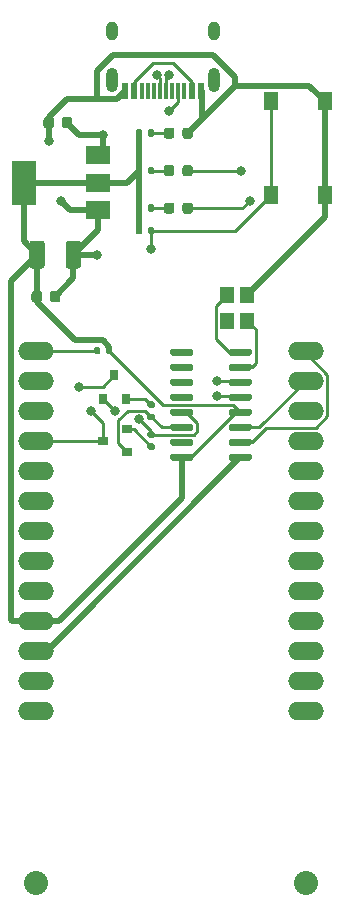
<source format=gtl>
G04 #@! TF.GenerationSoftware,KiCad,Pcbnew,5.1.10-88a1d61d58~88~ubuntu20.04.1*
G04 #@! TF.CreationDate,2021-05-29T18:13:10+02:00*
G04 #@! TF.ProjectId,wt32-eth01-programmer,77743332-2d65-4746-9830-312d70726f67,rev?*
G04 #@! TF.SameCoordinates,Original*
G04 #@! TF.FileFunction,Copper,L1,Top*
G04 #@! TF.FilePolarity,Positive*
%FSLAX46Y46*%
G04 Gerber Fmt 4.6, Leading zero omitted, Abs format (unit mm)*
G04 Created by KiCad (PCBNEW 5.1.10-88a1d61d58~88~ubuntu20.04.1) date 2021-05-29 18:13:10*
%MOMM*%
%LPD*%
G01*
G04 APERTURE LIST*
G04 #@! TA.AperFunction,SMDPad,CuDef*
%ADD10R,1.300000X1.550000*%
G04 #@! TD*
G04 #@! TA.AperFunction,SMDPad,CuDef*
%ADD11R,1.200000X1.400000*%
G04 #@! TD*
G04 #@! TA.AperFunction,ComponentPad*
%ADD12O,3.048000X1.524000*%
G04 #@! TD*
G04 #@! TA.AperFunction,ComponentPad*
%ADD13C,2.032000*%
G04 #@! TD*
G04 #@! TA.AperFunction,SMDPad,CuDef*
%ADD14R,2.000000X1.500000*%
G04 #@! TD*
G04 #@! TA.AperFunction,SMDPad,CuDef*
%ADD15R,2.000000X3.800000*%
G04 #@! TD*
G04 #@! TA.AperFunction,SMDPad,CuDef*
%ADD16R,0.800000X0.900000*%
G04 #@! TD*
G04 #@! TA.AperFunction,SMDPad,CuDef*
%ADD17R,0.900000X0.800000*%
G04 #@! TD*
G04 #@! TA.AperFunction,SMDPad,CuDef*
%ADD18R,0.600000X1.450000*%
G04 #@! TD*
G04 #@! TA.AperFunction,SMDPad,CuDef*
%ADD19R,0.300000X1.450000*%
G04 #@! TD*
G04 #@! TA.AperFunction,ComponentPad*
%ADD20O,1.000000X2.100000*%
G04 #@! TD*
G04 #@! TA.AperFunction,ComponentPad*
%ADD21O,1.000000X1.600000*%
G04 #@! TD*
G04 #@! TA.AperFunction,ViaPad*
%ADD22C,0.800000*%
G04 #@! TD*
G04 #@! TA.AperFunction,Conductor*
%ADD23C,0.500000*%
G04 #@! TD*
G04 #@! TA.AperFunction,Conductor*
%ADD24C,0.250000*%
G04 #@! TD*
G04 APERTURE END LIST*
D10*
X75220000Y-60490000D03*
X79720000Y-60490000D03*
X79720000Y-52540000D03*
X75220000Y-52540000D03*
D11*
X71452000Y-71120000D03*
X71452000Y-68920000D03*
X73152000Y-68920000D03*
X73152000Y-71120000D03*
D12*
X78105000Y-104140000D03*
X78105000Y-73660000D03*
X78105000Y-76200000D03*
X78105000Y-78740000D03*
X78105000Y-81280000D03*
X78105000Y-83820000D03*
X78105000Y-86360000D03*
X78105000Y-88900000D03*
X78105000Y-91440000D03*
X78105000Y-93980000D03*
X78105000Y-96520000D03*
X78105000Y-99060000D03*
X78105000Y-101600000D03*
X55245000Y-104140000D03*
X55245000Y-101600000D03*
X55245000Y-99060000D03*
X55245000Y-96520000D03*
X55245000Y-93980000D03*
X55245000Y-91440000D03*
X55245000Y-88900000D03*
X55245000Y-86360000D03*
X55245000Y-83820000D03*
X55245000Y-81280000D03*
X55245000Y-78740000D03*
X55245000Y-76200000D03*
X55245000Y-73660000D03*
D13*
X78105000Y-118745000D03*
X55245000Y-118745000D03*
G04 #@! TA.AperFunction,SMDPad,CuDef*
G36*
G01*
X68604000Y-82527000D02*
X68604000Y-82827000D01*
G75*
G02*
X68454000Y-82977000I-150000J0D01*
G01*
X66804000Y-82977000D01*
G75*
G02*
X66654000Y-82827000I0J150000D01*
G01*
X66654000Y-82527000D01*
G75*
G02*
X66804000Y-82377000I150000J0D01*
G01*
X68454000Y-82377000D01*
G75*
G02*
X68604000Y-82527000I0J-150000D01*
G01*
G37*
G04 #@! TD.AperFunction*
G04 #@! TA.AperFunction,SMDPad,CuDef*
G36*
G01*
X68604000Y-81257000D02*
X68604000Y-81557000D01*
G75*
G02*
X68454000Y-81707000I-150000J0D01*
G01*
X66804000Y-81707000D01*
G75*
G02*
X66654000Y-81557000I0J150000D01*
G01*
X66654000Y-81257000D01*
G75*
G02*
X66804000Y-81107000I150000J0D01*
G01*
X68454000Y-81107000D01*
G75*
G02*
X68604000Y-81257000I0J-150000D01*
G01*
G37*
G04 #@! TD.AperFunction*
G04 #@! TA.AperFunction,SMDPad,CuDef*
G36*
G01*
X68604000Y-79987000D02*
X68604000Y-80287000D01*
G75*
G02*
X68454000Y-80437000I-150000J0D01*
G01*
X66804000Y-80437000D01*
G75*
G02*
X66654000Y-80287000I0J150000D01*
G01*
X66654000Y-79987000D01*
G75*
G02*
X66804000Y-79837000I150000J0D01*
G01*
X68454000Y-79837000D01*
G75*
G02*
X68604000Y-79987000I0J-150000D01*
G01*
G37*
G04 #@! TD.AperFunction*
G04 #@! TA.AperFunction,SMDPad,CuDef*
G36*
G01*
X68604000Y-78717000D02*
X68604000Y-79017000D01*
G75*
G02*
X68454000Y-79167000I-150000J0D01*
G01*
X66804000Y-79167000D01*
G75*
G02*
X66654000Y-79017000I0J150000D01*
G01*
X66654000Y-78717000D01*
G75*
G02*
X66804000Y-78567000I150000J0D01*
G01*
X68454000Y-78567000D01*
G75*
G02*
X68604000Y-78717000I0J-150000D01*
G01*
G37*
G04 #@! TD.AperFunction*
G04 #@! TA.AperFunction,SMDPad,CuDef*
G36*
G01*
X68604000Y-77447000D02*
X68604000Y-77747000D01*
G75*
G02*
X68454000Y-77897000I-150000J0D01*
G01*
X66804000Y-77897000D01*
G75*
G02*
X66654000Y-77747000I0J150000D01*
G01*
X66654000Y-77447000D01*
G75*
G02*
X66804000Y-77297000I150000J0D01*
G01*
X68454000Y-77297000D01*
G75*
G02*
X68604000Y-77447000I0J-150000D01*
G01*
G37*
G04 #@! TD.AperFunction*
G04 #@! TA.AperFunction,SMDPad,CuDef*
G36*
G01*
X68604000Y-76177000D02*
X68604000Y-76477000D01*
G75*
G02*
X68454000Y-76627000I-150000J0D01*
G01*
X66804000Y-76627000D01*
G75*
G02*
X66654000Y-76477000I0J150000D01*
G01*
X66654000Y-76177000D01*
G75*
G02*
X66804000Y-76027000I150000J0D01*
G01*
X68454000Y-76027000D01*
G75*
G02*
X68604000Y-76177000I0J-150000D01*
G01*
G37*
G04 #@! TD.AperFunction*
G04 #@! TA.AperFunction,SMDPad,CuDef*
G36*
G01*
X68604000Y-74907000D02*
X68604000Y-75207000D01*
G75*
G02*
X68454000Y-75357000I-150000J0D01*
G01*
X66804000Y-75357000D01*
G75*
G02*
X66654000Y-75207000I0J150000D01*
G01*
X66654000Y-74907000D01*
G75*
G02*
X66804000Y-74757000I150000J0D01*
G01*
X68454000Y-74757000D01*
G75*
G02*
X68604000Y-74907000I0J-150000D01*
G01*
G37*
G04 #@! TD.AperFunction*
G04 #@! TA.AperFunction,SMDPad,CuDef*
G36*
G01*
X68604000Y-73637000D02*
X68604000Y-73937000D01*
G75*
G02*
X68454000Y-74087000I-150000J0D01*
G01*
X66804000Y-74087000D01*
G75*
G02*
X66654000Y-73937000I0J150000D01*
G01*
X66654000Y-73637000D01*
G75*
G02*
X66804000Y-73487000I150000J0D01*
G01*
X68454000Y-73487000D01*
G75*
G02*
X68604000Y-73637000I0J-150000D01*
G01*
G37*
G04 #@! TD.AperFunction*
G04 #@! TA.AperFunction,SMDPad,CuDef*
G36*
G01*
X73554000Y-73637000D02*
X73554000Y-73937000D01*
G75*
G02*
X73404000Y-74087000I-150000J0D01*
G01*
X71754000Y-74087000D01*
G75*
G02*
X71604000Y-73937000I0J150000D01*
G01*
X71604000Y-73637000D01*
G75*
G02*
X71754000Y-73487000I150000J0D01*
G01*
X73404000Y-73487000D01*
G75*
G02*
X73554000Y-73637000I0J-150000D01*
G01*
G37*
G04 #@! TD.AperFunction*
G04 #@! TA.AperFunction,SMDPad,CuDef*
G36*
G01*
X73554000Y-74907000D02*
X73554000Y-75207000D01*
G75*
G02*
X73404000Y-75357000I-150000J0D01*
G01*
X71754000Y-75357000D01*
G75*
G02*
X71604000Y-75207000I0J150000D01*
G01*
X71604000Y-74907000D01*
G75*
G02*
X71754000Y-74757000I150000J0D01*
G01*
X73404000Y-74757000D01*
G75*
G02*
X73554000Y-74907000I0J-150000D01*
G01*
G37*
G04 #@! TD.AperFunction*
G04 #@! TA.AperFunction,SMDPad,CuDef*
G36*
G01*
X73554000Y-76177000D02*
X73554000Y-76477000D01*
G75*
G02*
X73404000Y-76627000I-150000J0D01*
G01*
X71754000Y-76627000D01*
G75*
G02*
X71604000Y-76477000I0J150000D01*
G01*
X71604000Y-76177000D01*
G75*
G02*
X71754000Y-76027000I150000J0D01*
G01*
X73404000Y-76027000D01*
G75*
G02*
X73554000Y-76177000I0J-150000D01*
G01*
G37*
G04 #@! TD.AperFunction*
G04 #@! TA.AperFunction,SMDPad,CuDef*
G36*
G01*
X73554000Y-77447000D02*
X73554000Y-77747000D01*
G75*
G02*
X73404000Y-77897000I-150000J0D01*
G01*
X71754000Y-77897000D01*
G75*
G02*
X71604000Y-77747000I0J150000D01*
G01*
X71604000Y-77447000D01*
G75*
G02*
X71754000Y-77297000I150000J0D01*
G01*
X73404000Y-77297000D01*
G75*
G02*
X73554000Y-77447000I0J-150000D01*
G01*
G37*
G04 #@! TD.AperFunction*
G04 #@! TA.AperFunction,SMDPad,CuDef*
G36*
G01*
X73554000Y-78717000D02*
X73554000Y-79017000D01*
G75*
G02*
X73404000Y-79167000I-150000J0D01*
G01*
X71754000Y-79167000D01*
G75*
G02*
X71604000Y-79017000I0J150000D01*
G01*
X71604000Y-78717000D01*
G75*
G02*
X71754000Y-78567000I150000J0D01*
G01*
X73404000Y-78567000D01*
G75*
G02*
X73554000Y-78717000I0J-150000D01*
G01*
G37*
G04 #@! TD.AperFunction*
G04 #@! TA.AperFunction,SMDPad,CuDef*
G36*
G01*
X73554000Y-79987000D02*
X73554000Y-80287000D01*
G75*
G02*
X73404000Y-80437000I-150000J0D01*
G01*
X71754000Y-80437000D01*
G75*
G02*
X71604000Y-80287000I0J150000D01*
G01*
X71604000Y-79987000D01*
G75*
G02*
X71754000Y-79837000I150000J0D01*
G01*
X73404000Y-79837000D01*
G75*
G02*
X73554000Y-79987000I0J-150000D01*
G01*
G37*
G04 #@! TD.AperFunction*
G04 #@! TA.AperFunction,SMDPad,CuDef*
G36*
G01*
X73554000Y-81257000D02*
X73554000Y-81557000D01*
G75*
G02*
X73404000Y-81707000I-150000J0D01*
G01*
X71754000Y-81707000D01*
G75*
G02*
X71604000Y-81557000I0J150000D01*
G01*
X71604000Y-81257000D01*
G75*
G02*
X71754000Y-81107000I150000J0D01*
G01*
X73404000Y-81107000D01*
G75*
G02*
X73554000Y-81257000I0J-150000D01*
G01*
G37*
G04 #@! TD.AperFunction*
G04 #@! TA.AperFunction,SMDPad,CuDef*
G36*
G01*
X73554000Y-82527000D02*
X73554000Y-82827000D01*
G75*
G02*
X73404000Y-82977000I-150000J0D01*
G01*
X71754000Y-82977000D01*
G75*
G02*
X71604000Y-82827000I0J150000D01*
G01*
X71604000Y-82527000D01*
G75*
G02*
X71754000Y-82377000I150000J0D01*
G01*
X73404000Y-82377000D01*
G75*
G02*
X73554000Y-82527000I0J-150000D01*
G01*
G37*
G04 #@! TD.AperFunction*
D14*
X60554000Y-61736000D03*
X60554000Y-57136000D03*
X60554000Y-59436000D03*
D15*
X54254000Y-59436000D03*
G04 #@! TA.AperFunction,SMDPad,CuDef*
G36*
G01*
X64839000Y-78982000D02*
X65209000Y-78982000D01*
G75*
G02*
X65344000Y-79117000I0J-135000D01*
G01*
X65344000Y-79387000D01*
G75*
G02*
X65209000Y-79522000I-135000J0D01*
G01*
X64839000Y-79522000D01*
G75*
G02*
X64704000Y-79387000I0J135000D01*
G01*
X64704000Y-79117000D01*
G75*
G02*
X64839000Y-78982000I135000J0D01*
G01*
G37*
G04 #@! TD.AperFunction*
G04 #@! TA.AperFunction,SMDPad,CuDef*
G36*
G01*
X64839000Y-77962000D02*
X65209000Y-77962000D01*
G75*
G02*
X65344000Y-78097000I0J-135000D01*
G01*
X65344000Y-78367000D01*
G75*
G02*
X65209000Y-78502000I-135000J0D01*
G01*
X64839000Y-78502000D01*
G75*
G02*
X64704000Y-78367000I0J135000D01*
G01*
X64704000Y-78097000D01*
G75*
G02*
X64839000Y-77962000I135000J0D01*
G01*
G37*
G04 #@! TD.AperFunction*
G04 #@! TA.AperFunction,SMDPad,CuDef*
G36*
G01*
X65209000Y-81038000D02*
X64839000Y-81038000D01*
G75*
G02*
X64704000Y-80903000I0J135000D01*
G01*
X64704000Y-80633000D01*
G75*
G02*
X64839000Y-80498000I135000J0D01*
G01*
X65209000Y-80498000D01*
G75*
G02*
X65344000Y-80633000I0J-135000D01*
G01*
X65344000Y-80903000D01*
G75*
G02*
X65209000Y-81038000I-135000J0D01*
G01*
G37*
G04 #@! TD.AperFunction*
G04 #@! TA.AperFunction,SMDPad,CuDef*
G36*
G01*
X65209000Y-82058000D02*
X64839000Y-82058000D01*
G75*
G02*
X64704000Y-81923000I0J135000D01*
G01*
X64704000Y-81653000D01*
G75*
G02*
X64839000Y-81518000I135000J0D01*
G01*
X65209000Y-81518000D01*
G75*
G02*
X65344000Y-81653000I0J-135000D01*
G01*
X65344000Y-81923000D01*
G75*
G02*
X65209000Y-82058000I-135000J0D01*
G01*
G37*
G04 #@! TD.AperFunction*
G04 #@! TA.AperFunction,SMDPad,CuDef*
G36*
G01*
X64274000Y-63315000D02*
X64274000Y-63685000D01*
G75*
G02*
X64139000Y-63820000I-135000J0D01*
G01*
X63869000Y-63820000D01*
G75*
G02*
X63734000Y-63685000I0J135000D01*
G01*
X63734000Y-63315000D01*
G75*
G02*
X63869000Y-63180000I135000J0D01*
G01*
X64139000Y-63180000D01*
G75*
G02*
X64274000Y-63315000I0J-135000D01*
G01*
G37*
G04 #@! TD.AperFunction*
G04 #@! TA.AperFunction,SMDPad,CuDef*
G36*
G01*
X65294000Y-63315000D02*
X65294000Y-63685000D01*
G75*
G02*
X65159000Y-63820000I-135000J0D01*
G01*
X64889000Y-63820000D01*
G75*
G02*
X64754000Y-63685000I0J135000D01*
G01*
X64754000Y-63315000D01*
G75*
G02*
X64889000Y-63180000I135000J0D01*
G01*
X65159000Y-63180000D01*
G75*
G02*
X65294000Y-63315000I0J-135000D01*
G01*
G37*
G04 #@! TD.AperFunction*
G04 #@! TA.AperFunction,SMDPad,CuDef*
G36*
G01*
X60722000Y-73475000D02*
X60722000Y-73845000D01*
G75*
G02*
X60587000Y-73980000I-135000J0D01*
G01*
X60317000Y-73980000D01*
G75*
G02*
X60182000Y-73845000I0J135000D01*
G01*
X60182000Y-73475000D01*
G75*
G02*
X60317000Y-73340000I135000J0D01*
G01*
X60587000Y-73340000D01*
G75*
G02*
X60722000Y-73475000I0J-135000D01*
G01*
G37*
G04 #@! TD.AperFunction*
G04 #@! TA.AperFunction,SMDPad,CuDef*
G36*
G01*
X61742000Y-73475000D02*
X61742000Y-73845000D01*
G75*
G02*
X61607000Y-73980000I-135000J0D01*
G01*
X61337000Y-73980000D01*
G75*
G02*
X61202000Y-73845000I0J135000D01*
G01*
X61202000Y-73475000D01*
G75*
G02*
X61337000Y-73340000I135000J0D01*
G01*
X61607000Y-73340000D01*
G75*
G02*
X61742000Y-73475000I0J-135000D01*
G01*
G37*
G04 #@! TD.AperFunction*
G04 #@! TA.AperFunction,SMDPad,CuDef*
G36*
G01*
X64758000Y-61780000D02*
X64758000Y-61410000D01*
G75*
G02*
X64893000Y-61275000I135000J0D01*
G01*
X65163000Y-61275000D01*
G75*
G02*
X65298000Y-61410000I0J-135000D01*
G01*
X65298000Y-61780000D01*
G75*
G02*
X65163000Y-61915000I-135000J0D01*
G01*
X64893000Y-61915000D01*
G75*
G02*
X64758000Y-61780000I0J135000D01*
G01*
G37*
G04 #@! TD.AperFunction*
G04 #@! TA.AperFunction,SMDPad,CuDef*
G36*
G01*
X63738000Y-61780000D02*
X63738000Y-61410000D01*
G75*
G02*
X63873000Y-61275000I135000J0D01*
G01*
X64143000Y-61275000D01*
G75*
G02*
X64278000Y-61410000I0J-135000D01*
G01*
X64278000Y-61780000D01*
G75*
G02*
X64143000Y-61915000I-135000J0D01*
G01*
X63873000Y-61915000D01*
G75*
G02*
X63738000Y-61780000I0J135000D01*
G01*
G37*
G04 #@! TD.AperFunction*
G04 #@! TA.AperFunction,SMDPad,CuDef*
G36*
G01*
X64758000Y-58605000D02*
X64758000Y-58235000D01*
G75*
G02*
X64893000Y-58100000I135000J0D01*
G01*
X65163000Y-58100000D01*
G75*
G02*
X65298000Y-58235000I0J-135000D01*
G01*
X65298000Y-58605000D01*
G75*
G02*
X65163000Y-58740000I-135000J0D01*
G01*
X64893000Y-58740000D01*
G75*
G02*
X64758000Y-58605000I0J135000D01*
G01*
G37*
G04 #@! TD.AperFunction*
G04 #@! TA.AperFunction,SMDPad,CuDef*
G36*
G01*
X63738000Y-58605000D02*
X63738000Y-58235000D01*
G75*
G02*
X63873000Y-58100000I135000J0D01*
G01*
X64143000Y-58100000D01*
G75*
G02*
X64278000Y-58235000I0J-135000D01*
G01*
X64278000Y-58605000D01*
G75*
G02*
X64143000Y-58740000I-135000J0D01*
G01*
X63873000Y-58740000D01*
G75*
G02*
X63738000Y-58605000I0J135000D01*
G01*
G37*
G04 #@! TD.AperFunction*
G04 #@! TA.AperFunction,SMDPad,CuDef*
G36*
G01*
X64758000Y-55430000D02*
X64758000Y-55060000D01*
G75*
G02*
X64893000Y-54925000I135000J0D01*
G01*
X65163000Y-54925000D01*
G75*
G02*
X65298000Y-55060000I0J-135000D01*
G01*
X65298000Y-55430000D01*
G75*
G02*
X65163000Y-55565000I-135000J0D01*
G01*
X64893000Y-55565000D01*
G75*
G02*
X64758000Y-55430000I0J135000D01*
G01*
G37*
G04 #@! TD.AperFunction*
G04 #@! TA.AperFunction,SMDPad,CuDef*
G36*
G01*
X63738000Y-55430000D02*
X63738000Y-55060000D01*
G75*
G02*
X63873000Y-54925000I135000J0D01*
G01*
X64143000Y-54925000D01*
G75*
G02*
X64278000Y-55060000I0J-135000D01*
G01*
X64278000Y-55430000D01*
G75*
G02*
X64143000Y-55565000I-135000J0D01*
G01*
X63873000Y-55565000D01*
G75*
G02*
X63738000Y-55430000I0J135000D01*
G01*
G37*
G04 #@! TD.AperFunction*
D16*
X61910000Y-75724000D03*
X62860000Y-77724000D03*
X60960000Y-77724000D03*
D17*
X60992000Y-81280000D03*
X62992000Y-80330000D03*
X62992000Y-82230000D03*
D18*
X62790000Y-51670000D03*
X63590000Y-51670000D03*
X68490000Y-51670000D03*
X69290000Y-51670000D03*
X69290000Y-51670000D03*
X68490000Y-51670000D03*
X63590000Y-51670000D03*
X62790000Y-51670000D03*
D19*
X67790000Y-51670000D03*
X67290000Y-51670000D03*
X66790000Y-51670000D03*
X65790000Y-51670000D03*
X65290000Y-51670000D03*
X64790000Y-51670000D03*
X64290000Y-51670000D03*
X66290000Y-51670000D03*
D20*
X61720000Y-50755000D03*
X70360000Y-50755000D03*
D21*
X70360000Y-46575000D03*
X61720000Y-46575000D03*
G04 #@! TA.AperFunction,SMDPad,CuDef*
G36*
G01*
X66985500Y-61338750D02*
X66985500Y-61851250D01*
G75*
G02*
X66766750Y-62070000I-218750J0D01*
G01*
X66329250Y-62070000D01*
G75*
G02*
X66110500Y-61851250I0J218750D01*
G01*
X66110500Y-61338750D01*
G75*
G02*
X66329250Y-61120000I218750J0D01*
G01*
X66766750Y-61120000D01*
G75*
G02*
X66985500Y-61338750I0J-218750D01*
G01*
G37*
G04 #@! TD.AperFunction*
G04 #@! TA.AperFunction,SMDPad,CuDef*
G36*
G01*
X68560500Y-61338750D02*
X68560500Y-61851250D01*
G75*
G02*
X68341750Y-62070000I-218750J0D01*
G01*
X67904250Y-62070000D01*
G75*
G02*
X67685500Y-61851250I0J218750D01*
G01*
X67685500Y-61338750D01*
G75*
G02*
X67904250Y-61120000I218750J0D01*
G01*
X68341750Y-61120000D01*
G75*
G02*
X68560500Y-61338750I0J-218750D01*
G01*
G37*
G04 #@! TD.AperFunction*
G04 #@! TA.AperFunction,SMDPad,CuDef*
G36*
G01*
X66985500Y-58163750D02*
X66985500Y-58676250D01*
G75*
G02*
X66766750Y-58895000I-218750J0D01*
G01*
X66329250Y-58895000D01*
G75*
G02*
X66110500Y-58676250I0J218750D01*
G01*
X66110500Y-58163750D01*
G75*
G02*
X66329250Y-57945000I218750J0D01*
G01*
X66766750Y-57945000D01*
G75*
G02*
X66985500Y-58163750I0J-218750D01*
G01*
G37*
G04 #@! TD.AperFunction*
G04 #@! TA.AperFunction,SMDPad,CuDef*
G36*
G01*
X68560500Y-58163750D02*
X68560500Y-58676250D01*
G75*
G02*
X68341750Y-58895000I-218750J0D01*
G01*
X67904250Y-58895000D01*
G75*
G02*
X67685500Y-58676250I0J218750D01*
G01*
X67685500Y-58163750D01*
G75*
G02*
X67904250Y-57945000I218750J0D01*
G01*
X68341750Y-57945000D01*
G75*
G02*
X68560500Y-58163750I0J-218750D01*
G01*
G37*
G04 #@! TD.AperFunction*
G04 #@! TA.AperFunction,SMDPad,CuDef*
G36*
G01*
X66985500Y-54988750D02*
X66985500Y-55501250D01*
G75*
G02*
X66766750Y-55720000I-218750J0D01*
G01*
X66329250Y-55720000D01*
G75*
G02*
X66110500Y-55501250I0J218750D01*
G01*
X66110500Y-54988750D01*
G75*
G02*
X66329250Y-54770000I218750J0D01*
G01*
X66766750Y-54770000D01*
G75*
G02*
X66985500Y-54988750I0J-218750D01*
G01*
G37*
G04 #@! TD.AperFunction*
G04 #@! TA.AperFunction,SMDPad,CuDef*
G36*
G01*
X68560500Y-54988750D02*
X68560500Y-55501250D01*
G75*
G02*
X68341750Y-55720000I-218750J0D01*
G01*
X67904250Y-55720000D01*
G75*
G02*
X67685500Y-55501250I0J218750D01*
G01*
X67685500Y-54988750D01*
G75*
G02*
X67904250Y-54770000I218750J0D01*
G01*
X68341750Y-54770000D01*
G75*
G02*
X68560500Y-54988750I0J-218750D01*
G01*
G37*
G04 #@! TD.AperFunction*
G04 #@! TA.AperFunction,SMDPad,CuDef*
G36*
G01*
X56446000Y-69338000D02*
X56446000Y-68838000D01*
G75*
G02*
X56671000Y-68613000I225000J0D01*
G01*
X57121000Y-68613000D01*
G75*
G02*
X57346000Y-68838000I0J-225000D01*
G01*
X57346000Y-69338000D01*
G75*
G02*
X57121000Y-69563000I-225000J0D01*
G01*
X56671000Y-69563000D01*
G75*
G02*
X56446000Y-69338000I0J225000D01*
G01*
G37*
G04 #@! TD.AperFunction*
G04 #@! TA.AperFunction,SMDPad,CuDef*
G36*
G01*
X54896000Y-69338000D02*
X54896000Y-68838000D01*
G75*
G02*
X55121000Y-68613000I225000J0D01*
G01*
X55571000Y-68613000D01*
G75*
G02*
X55796000Y-68838000I0J-225000D01*
G01*
X55796000Y-69338000D01*
G75*
G02*
X55571000Y-69563000I-225000J0D01*
G01*
X55121000Y-69563000D01*
G75*
G02*
X54896000Y-69338000I0J225000D01*
G01*
G37*
G04 #@! TD.AperFunction*
G04 #@! TA.AperFunction,SMDPad,CuDef*
G36*
G01*
X57784500Y-66457003D02*
X57784500Y-64606997D01*
G75*
G02*
X58034497Y-64357000I249997J0D01*
G01*
X58859503Y-64357000D01*
G75*
G02*
X59109500Y-64606997I0J-249997D01*
G01*
X59109500Y-66457003D01*
G75*
G02*
X58859503Y-66707000I-249997J0D01*
G01*
X58034497Y-66707000D01*
G75*
G02*
X57784500Y-66457003I0J249997D01*
G01*
G37*
G04 #@! TD.AperFunction*
G04 #@! TA.AperFunction,SMDPad,CuDef*
G36*
G01*
X54709500Y-66457003D02*
X54709500Y-64606997D01*
G75*
G02*
X54959497Y-64357000I249997J0D01*
G01*
X55784503Y-64357000D01*
G75*
G02*
X56034500Y-64606997I0J-249997D01*
G01*
X56034500Y-66457003D01*
G75*
G02*
X55784503Y-66707000I-249997J0D01*
G01*
X54959497Y-66707000D01*
G75*
G02*
X54709500Y-66457003I0J249997D01*
G01*
G37*
G04 #@! TD.AperFunction*
G04 #@! TA.AperFunction,SMDPad,CuDef*
G36*
G01*
X56812000Y-54106000D02*
X56812000Y-54606000D01*
G75*
G02*
X56587000Y-54831000I-225000J0D01*
G01*
X56137000Y-54831000D01*
G75*
G02*
X55912000Y-54606000I0J225000D01*
G01*
X55912000Y-54106000D01*
G75*
G02*
X56137000Y-53881000I225000J0D01*
G01*
X56587000Y-53881000D01*
G75*
G02*
X56812000Y-54106000I0J-225000D01*
G01*
G37*
G04 #@! TD.AperFunction*
G04 #@! TA.AperFunction,SMDPad,CuDef*
G36*
G01*
X58362000Y-54106000D02*
X58362000Y-54606000D01*
G75*
G02*
X58137000Y-54831000I-225000J0D01*
G01*
X57687000Y-54831000D01*
G75*
G02*
X57462000Y-54606000I0J225000D01*
G01*
X57462000Y-54106000D01*
G75*
G02*
X57687000Y-53881000I225000J0D01*
G01*
X58137000Y-53881000D01*
G75*
G02*
X58362000Y-54106000I0J-225000D01*
G01*
G37*
G04 #@! TD.AperFunction*
D22*
X57404000Y-60960000D03*
X56388000Y-55880000D03*
X60452000Y-65532000D03*
X60960000Y-55372000D03*
X66548000Y-53340000D03*
X72644000Y-58420000D03*
X73369000Y-60960000D03*
X65532000Y-50292000D03*
X70612000Y-76200000D03*
X66575239Y-50309933D03*
X70612000Y-77516990D03*
X59944000Y-78740000D03*
X65024000Y-65024000D03*
X64008000Y-79465000D03*
X58928000Y-76708000D03*
X61976000Y-78740000D03*
D23*
X79720000Y-52540000D02*
X79720000Y-60490000D01*
X60554000Y-63425000D02*
X58447000Y-65532000D01*
X60554000Y-61736000D02*
X60554000Y-63425000D01*
X58447000Y-67537000D02*
X56896000Y-69088000D01*
X58447000Y-65532000D02*
X58447000Y-67537000D01*
X56196000Y-99060000D02*
X72579000Y-82677000D01*
X55245000Y-99060000D02*
X56196000Y-99060000D01*
X79720000Y-62352000D02*
X73152000Y-68920000D01*
X79720000Y-60490000D02*
X79720000Y-62352000D01*
X58180000Y-61736000D02*
X57404000Y-60960000D01*
X60554000Y-61736000D02*
X58180000Y-61736000D01*
X62154928Y-52355010D02*
X62739999Y-51769939D01*
X56362000Y-53881000D02*
X57887990Y-52355010D01*
X56362000Y-54356000D02*
X56362000Y-53881000D01*
X56388000Y-54382000D02*
X56362000Y-54356000D01*
X56362000Y-55854000D02*
X56388000Y-55880000D01*
X56362000Y-54356000D02*
X56362000Y-55854000D01*
X69340001Y-54027999D02*
X69340001Y-51670000D01*
X68123000Y-55245000D02*
X69340001Y-54027999D01*
X58447000Y-65532000D02*
X60452000Y-65532000D01*
X78394999Y-51214999D02*
X79720000Y-52540000D01*
X72153001Y-51214999D02*
X78394999Y-51214999D01*
X69340001Y-54027999D02*
X72153001Y-51214999D01*
X61839072Y-48600990D02*
X60420990Y-50019072D01*
X70240928Y-48600990D02*
X61839072Y-48600990D01*
X60420990Y-50019072D02*
X60420990Y-52355010D01*
X72153001Y-50513063D02*
X70240928Y-48600990D01*
X72153001Y-51214999D02*
X72153001Y-50513063D01*
X60420990Y-52355010D02*
X62154928Y-52355010D01*
X57887990Y-52355010D02*
X60420990Y-52355010D01*
X57912000Y-54356000D02*
X57912000Y-54494000D01*
D24*
X67290000Y-52598000D02*
X67290000Y-51670000D01*
X66548000Y-53340000D02*
X67290000Y-52598000D01*
D23*
X58928000Y-55372000D02*
X57912000Y-54356000D01*
X60960000Y-55372000D02*
X58928000Y-55372000D01*
X60960000Y-56730000D02*
X60554000Y-57136000D01*
X60960000Y-55372000D02*
X60960000Y-56730000D01*
X62992000Y-59436000D02*
X64008000Y-58420000D01*
X60554000Y-59436000D02*
X62992000Y-59436000D01*
X60554000Y-59436000D02*
X54254000Y-59436000D01*
X64008000Y-58420000D02*
X64008000Y-55245000D01*
X64008000Y-58420000D02*
X64008000Y-61595000D01*
X54254000Y-64414000D02*
X55372000Y-65532000D01*
X54254000Y-59436000D02*
X54254000Y-64414000D01*
X55372000Y-69062000D02*
X55346000Y-69088000D01*
X55372000Y-65532000D02*
X55372000Y-69062000D01*
X64008000Y-63496000D02*
X64004000Y-63500000D01*
X64008000Y-61595000D02*
X64008000Y-63496000D01*
X72202232Y-78867000D02*
X72579000Y-78867000D01*
D24*
X68392232Y-82677000D02*
X72202232Y-78867000D01*
D23*
X67629000Y-82677000D02*
X68392232Y-82677000D01*
D24*
X71953990Y-78241990D02*
X72579000Y-78867000D01*
X66053990Y-78241990D02*
X71953990Y-78241990D01*
X61472000Y-73660000D02*
X66053990Y-78241990D01*
D23*
X61472000Y-73340000D02*
X61472000Y-73660000D01*
X60921990Y-72789990D02*
X61472000Y-73340000D01*
X58572990Y-72789990D02*
X60921990Y-72789990D01*
X55346000Y-69563000D02*
X58572990Y-72789990D01*
X55346000Y-69088000D02*
X55346000Y-69563000D01*
X57269000Y-96520000D02*
X55245000Y-96520000D01*
X67629000Y-86160000D02*
X57269000Y-96520000D01*
X67629000Y-82677000D02*
X67629000Y-86160000D01*
X53221000Y-96520000D02*
X55245000Y-96520000D01*
X53170990Y-96469990D02*
X53221000Y-96520000D01*
X53170990Y-67733010D02*
X53170990Y-96469990D01*
X55372000Y-65532000D02*
X53170990Y-67733010D01*
D24*
X65028000Y-55245000D02*
X66548000Y-55245000D01*
X65028000Y-58420000D02*
X66548000Y-58420000D01*
X68123000Y-58420000D02*
X72644000Y-58420000D01*
X77724000Y-73279000D02*
X78105000Y-73660000D01*
X74768010Y-80192990D02*
X73554000Y-81407000D01*
X73554000Y-81407000D02*
X72579000Y-81407000D01*
X79954010Y-79190254D02*
X78951274Y-80192990D01*
X79954010Y-75749746D02*
X79954010Y-79190254D01*
X78105000Y-73900736D02*
X79954010Y-75749746D01*
X78951274Y-80192990D02*
X74768010Y-80192990D01*
X78105000Y-73660000D02*
X78105000Y-73900736D01*
X65028000Y-61595000D02*
X66548000Y-61595000D01*
X74168000Y-80137000D02*
X78105000Y-76200000D01*
X72579000Y-80137000D02*
X74168000Y-80137000D01*
X72734000Y-61595000D02*
X73369000Y-60960000D01*
X68123000Y-61595000D02*
X72734000Y-61595000D01*
X68490000Y-50909998D02*
X68490000Y-51670000D01*
X66856002Y-49276000D02*
X68490000Y-50909998D01*
X65223998Y-49276000D02*
X66856002Y-49276000D01*
X63590000Y-50909998D02*
X65223998Y-49276000D01*
X63590000Y-51670000D02*
X63590000Y-50909998D01*
X65790000Y-50550000D02*
X65532000Y-50292000D01*
X65790000Y-51670000D02*
X65790000Y-50550000D01*
X72452000Y-76200000D02*
X72579000Y-76327000D01*
X70612000Y-76200000D02*
X72452000Y-76200000D01*
X66290000Y-50595172D02*
X66575239Y-50309933D01*
X66290000Y-51670000D02*
X66290000Y-50595172D01*
X72498990Y-77516990D02*
X72579000Y-77597000D01*
X70612000Y-77516990D02*
X72498990Y-77516990D01*
X75220000Y-52540000D02*
X75220000Y-60490000D01*
X75220000Y-60490000D02*
X75146000Y-60490000D01*
X72136000Y-63500000D02*
X65024000Y-63500000D01*
X75146000Y-60490000D02*
X72136000Y-63500000D01*
X55245000Y-81280000D02*
X60992000Y-81280000D01*
X60992000Y-79788000D02*
X59944000Y-78740000D01*
X60992000Y-81280000D02*
X60992000Y-79788000D01*
X65024000Y-65024000D02*
X65024000Y-63500000D01*
X65909000Y-80137000D02*
X67629000Y-80137000D01*
X65024000Y-79252000D02*
X65909000Y-80137000D01*
X64511999Y-78739999D02*
X65024000Y-79252000D01*
X63049003Y-78739999D02*
X64511999Y-78739999D01*
X62216999Y-79572003D02*
X63049003Y-78739999D01*
X62216999Y-81454999D02*
X62216999Y-79572003D01*
X62992000Y-82230000D02*
X62216999Y-81454999D01*
X68005768Y-78867000D02*
X67629000Y-78867000D01*
X68929010Y-80483758D02*
X68929010Y-79790242D01*
X68644768Y-80768000D02*
X68929010Y-80483758D01*
X68929010Y-79790242D02*
X68005768Y-78867000D01*
X65024000Y-80768000D02*
X68644768Y-80768000D01*
X65024000Y-80481000D02*
X64008000Y-79465000D01*
X65024000Y-80768000D02*
X65024000Y-80481000D01*
X60926000Y-76708000D02*
X61910000Y-75724000D01*
X58928000Y-76708000D02*
X60926000Y-76708000D01*
X60960000Y-77724000D02*
X61976000Y-78740000D01*
X55245000Y-73660000D02*
X60452000Y-73660000D01*
X70526999Y-72709999D02*
X70526999Y-69845001D01*
X70526999Y-69845001D02*
X71452000Y-68920000D01*
X71604000Y-73787000D02*
X70526999Y-72709999D01*
X72579000Y-73787000D02*
X71604000Y-73787000D01*
X73554000Y-75057000D02*
X72579000Y-75057000D01*
X73879010Y-74731990D02*
X73554000Y-75057000D01*
X73879010Y-71847010D02*
X73879010Y-74731990D01*
X73152000Y-71120000D02*
X73879010Y-71847010D01*
X63566000Y-80330000D02*
X65024000Y-81788000D01*
X62992000Y-80330000D02*
X63566000Y-80330000D01*
X64516000Y-77724000D02*
X65024000Y-78232000D01*
X62860000Y-77724000D02*
X64516000Y-77724000D01*
M02*

</source>
